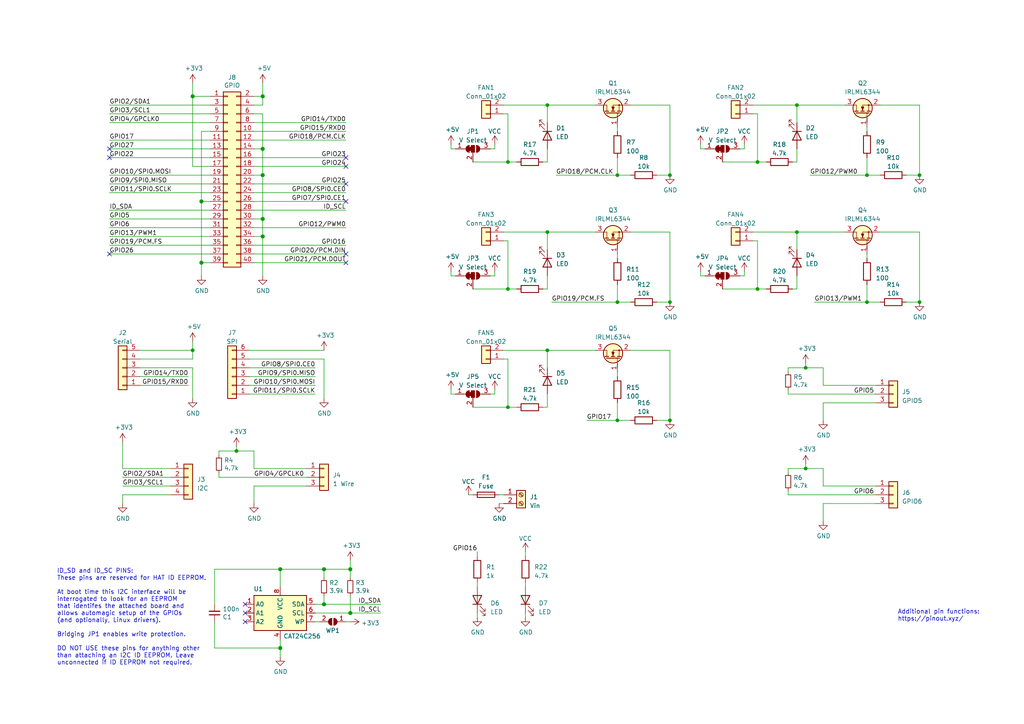
<source format=kicad_sch>
(kicad_sch (version 20230121) (generator eeschema)
  (paper "A4")
  (title_block (title "Klipper Fan Hat") (date "21 apr 2023") (rev "V2") (comment 1 "Created by Michael Thomas") (comment 2 "GNU General Public License v3.0"))
  (lib_symbols
    (symbol "Connector:Screw_Terminal_01x02" (pin_names (offset 1.016) hide)
      (property "Reference" "J" (at 0 2.54 0))
      (property "Value" "Screw_Terminal_01x02" (at 0 -5.08 0))
      (symbol "Screw_Terminal_01x02_1_1"
        (pin passive line (at -5.08 0 0) (length 3.81) (name "Pin_1") (number "1"))
        (pin passive line (at -5.08 -2.54 0) (length 3.81) (name "Pin_2") (number "2"))
      )
    )
    (symbol "Connector_Generic:Conn_01x02" (pin_names (offset 1.016) hide)
      (property "Reference" "J" (at 0 2.54 0))
      (property "Value" "Conn_01x02" (at 0 -5.08 0))
      (symbol "Conn_01x02_1_1"
        (pin passive line (at -5.08 0 0) (length 3.81) (name "Pin_1") (number "1"))
        (pin passive line (at -5.08 -2.54 0) (length 3.81) (name "Pin_2") (number "2"))
      )
    )
    (symbol "Connector_Generic:Conn_01x03" (pin_names (offset 1.016) hide)
      (property "Reference" "J" (at 0 5.08 0))
      (property "Value" "Conn_01x03" (at 0 -5.08 0))
      (symbol "Conn_01x03_1_1"
        (pin passive line (at -5.08 2.54 0) (length 3.81) (name "Pin_1") (number "1"))
        (pin passive line (at -5.08 0 0) (length 3.81) (name "Pin_2") (number "2"))
        (pin passive line (at -5.08 -2.54 0) (length 3.81) (name "Pin_3") (number "3"))
      )
    )
    (symbol "Connector_Generic:Conn_01x04" (pin_names (offset 1.016) hide)
      (property "Reference" "J" (at 0 5.08 0))
      (property "Value" "Conn_01x04" (at 0 -7.62 0))
      (symbol "Conn_01x04_1_1"
        (pin passive line (at -5.08 2.54 0) (length 3.81) (name "Pin_1") (number "1"))
        (pin passive line (at -5.08 0 0) (length 3.81) (name "Pin_2") (number "2"))
        (pin passive line (at -5.08 -2.54 0) (length 3.81) (name "Pin_3") (number "3"))
        (pin passive line (at -5.08 -5.08 0) (length 3.81) (name "Pin_4") (number "4"))
      )
    )
    (symbol "Connector_Generic:Conn_01x05" (pin_names (offset 1.016) hide)
      (property "Reference" "J" (at 0 7.62 0))
      (property "Value" "Conn_01x05" (at 0 -7.62 0))
      (symbol "Conn_01x05_1_1"
        (pin passive line (at -5.08 5.08 0) (length 3.81) (name "Pin_1") (number "1"))
        (pin passive line (at -5.08 2.54 0) (length 3.81) (name "Pin_2") (number "2"))
        (pin passive line (at -5.08 0 0) (length 3.81) (name "Pin_3") (number "3"))
        (pin passive line (at -5.08 -2.54 0) (length 3.81) (name "Pin_4") (number "4"))
        (pin passive line (at -5.08 -5.08 0) (length 3.81) (name "Pin_5") (number "5"))
      )
    )
    (symbol "Connector_Generic:Conn_01x06" (pin_names (offset 1.016) hide)
      (property "Reference" "J" (at 0 7.62 0))
      (property "Value" "Conn_01x06" (at 0 -10.16 0))
      (symbol "Conn_01x06_1_1"
        (pin passive line (at -5.08 5.08 0) (length 3.81) (name "Pin_1") (number "1"))
        (pin passive line (at -5.08 2.54 0) (length 3.81) (name "Pin_2") (number "2"))
        (pin passive line (at -5.08 0 0) (length 3.81) (name "Pin_3") (number "3"))
        (pin passive line (at -5.08 -2.54 0) (length 3.81) (name "Pin_4") (number "4"))
        (pin passive line (at -5.08 -5.08 0) (length 3.81) (name "Pin_5") (number "5"))
        (pin passive line (at -5.08 -7.62 0) (length 3.81) (name "Pin_6") (number "6"))
      )
    )
    (symbol "Connector_Generic:Conn_02x20_Odd_Even" (pin_names (offset 1.016) hide)
      (property "Reference" "J" (at 1.27 25.4 0))
      (property "Value" "Conn_02x20_Odd_Even" (at 1.27 -27.94 0))
      (symbol "Conn_02x20_Odd_Even_1_1"
        (pin passive line (at -5.08 22.86 0) (length 3.81) (name "Pin_1") (number "1"))
        (pin passive line (at 7.62 12.7 180) (length 3.81) (name "Pin_10") (number "10"))
        (pin passive line (at -5.08 10.16 0) (length 3.81) (name "Pin_11") (number "11"))
        (pin passive line (at 7.62 10.16 180) (length 3.81) (name "Pin_12") (number "12"))
        (pin passive line (at -5.08 7.62 0) (length 3.81) (name "Pin_13") (number "13"))
        (pin passive line (at 7.62 7.62 180) (length 3.81) (name "Pin_14") (number "14"))
        (pin passive line (at -5.08 5.08 0) (length 3.81) (name "Pin_15") (number "15"))
        (pin passive line (at 7.62 5.08 180) (length 3.81) (name "Pin_16") (number "16"))
        (pin passive line (at -5.08 2.54 0) (length 3.81) (name "Pin_17") (number "17"))
        (pin passive line (at 7.62 2.54 180) (length 3.81) (name "Pin_18") (number "18"))
        (pin passive line (at -5.08 0 0) (length 3.81) (name "Pin_19") (number "19"))
        (pin passive line (at 7.62 22.86 180) (length 3.81) (name "Pin_2") (number "2"))
        (pin passive line (at 7.62 0 180) (length 3.81) (name "Pin_20") (number "20"))
        (pin passive line (at -5.08 -2.54 0) (length 3.81) (name "Pin_21") (number "21"))
        (pin passive line (at 7.62 -2.54 180) (length 3.81) (name "Pin_22") (number "22"))
        (pin passive line (at -5.08 -5.08 0) (length 3.81) (name "Pin_23") (number "23"))
        (pin passive line (at 7.62 -5.08 180) (length 3.81) (name "Pin_24") (number "24"))
        (pin passive line (at -5.08 -7.62 0) (length 3.81) (name "Pin_25") (number "25"))
        (pin passive line (at 7.62 -7.62 180) (length 3.81) (name "Pin_26") (number "26"))
        (pin passive line (at -5.08 -10.16 0) (length 3.81) (name "Pin_27") (number "27"))
        (pin passive line (at 7.62 -10.16 180) (length 3.81) (name "Pin_28") (number "28"))
        (pin passive line (at -5.08 -12.7 0) (length 3.81) (name "Pin_29") (number "29"))
        (pin passive line (at -5.08 20.32 0) (length 3.81) (name "Pin_3") (number "3"))
        (pin passive line (at 7.62 -12.7 180) (length 3.81) (name "Pin_30") (number "30"))
        (pin passive line (at -5.08 -15.24 0) (length 3.81) (name "Pin_31") (number "31"))
        (pin passive line (at 7.62 -15.24 180) (length 3.81) (name "Pin_32") (number "32"))
        (pin passive line (at -5.08 -17.78 0) (length 3.81) (name "Pin_33") (number "33"))
        (pin passive line (at 7.62 -17.78 180) (length 3.81) (name "Pin_34") (number "34"))
        (pin passive line (at -5.08 -20.32 0) (length 3.81) (name "Pin_35") (number "35"))
        (pin passive line (at 7.62 -20.32 180) (length 3.81) (name "Pin_36") (number "36"))
        (pin passive line (at -5.08 -22.86 0) (length 3.81) (name "Pin_37") (number "37"))
        (pin passive line (at 7.62 -22.86 180) (length 3.81) (name "Pin_38") (number "38"))
        (pin passive line (at -5.08 -25.4 0) (length 3.81) (name "Pin_39") (number "39"))
        (pin passive line (at 7.62 20.32 180) (length 3.81) (name "Pin_4") (number "4"))
        (pin passive line (at 7.62 -25.4 180) (length 3.81) (name "Pin_40") (number "40"))
        (pin passive line (at -5.08 17.78 0) (length 3.81) (name "Pin_5") (number "5"))
        (pin passive line (at 7.62 17.78 180) (length 3.81) (name "Pin_6") (number "6"))
        (pin passive line (at -5.08 15.24 0) (length 3.81) (name "Pin_7") (number "7"))
        (pin passive line (at 7.62 15.24 180) (length 3.81) (name "Pin_8") (number "8"))
        (pin passive line (at -5.08 12.7 0) (length 3.81) (name "Pin_9") (number "9"))
      )
    )
    (symbol "Device:C_Small" (pin_numbers hide) (pin_names (offset 0.254) hide)
      (property "Reference" "C" (at 0.254 1.778 0))
      (property "Value" "C_Small" (at 0.254 -2.032 0))
      (symbol "C_Small_1_1"
        (pin passive line (at 0 2.54 270) (length 2.032) (name "~") (number "1"))
        (pin passive line (at 0 -2.54 90) (length 2.032) (name "~") (number "2"))
      )
    )
    (symbol "Device:Fuse" (pin_numbers hide) (pin_names (offset 0))
      (property "Reference" "F" (at 2.032 0 90))
      (property "Value" "Fuse" (at -1.905 0 90))
      (symbol "Fuse_1_1"
        (pin passive line (at 0 3.81 270) (length 1.27) (name "~") (number "1"))
        (pin passive line (at 0 -3.81 90) (length 1.27) (name "~") (number "2"))
      )
    )
    (symbol "Device:LED" (pin_numbers hide) (pin_names (offset 1.016) hide)
      (property "Reference" "D" (at 0 2.54 0))
      (property "Value" "LED" (at 0 -2.54 0))
      (symbol "LED_1_1"
        (pin passive line (at -3.81 0 0) (length 2.54) (name "K") (number "1"))
        (pin passive line (at 3.81 0 180) (length 2.54) (name "A") (number "2"))
      )
    )
    (symbol "Device:R" (pin_numbers hide) (pin_names (offset 0))
      (property "Reference" "R" (at 2.032 0 90))
      (property "Value" "R" (at 0 0 90))
      (symbol "R_1_1"
        (pin passive line (at 0 3.81 270) (length 1.27) (name "~") (number "1"))
        (pin passive line (at 0 -3.81 90) (length 1.27) (name "~") (number "2"))
      )
    )
    (symbol "Device:R_Small" (pin_numbers hide) (pin_names (offset 0.254) hide)
      (property "Reference" "R" (at 0.762 0.508 0))
      (property "Value" "R_Small" (at 0.762 -1.016 0))
      (symbol "R_Small_1_1"
        (pin passive line (at 0 2.54 270) (length 0.762) (name "~") (number "1"))
        (pin passive line (at 0 -2.54 90) (length 0.762) (name "~") (number "2"))
      )
    )
    (symbol "Jumper:SolderJumper_2_Open" (pin_names (offset 0) hide)
      (property "Reference" "JP" (at 0 2.032 0))
      (property "Value" "SolderJumper_2_Open" (at 0 -2.54 0))
      (symbol "SolderJumper_2_Open_1_1"
        (pin passive line (at -3.81 0 0) (length 2.54) (name "A") (number "1"))
        (pin passive line (at 3.81 0 180) (length 2.54) (name "B") (number "2"))
      )
    )
    (symbol "Jumper:SolderJumper_3_Bridged12" (pin_names (offset 0) hide)
      (property "Reference" "JP" (at -2.54 -2.54 0))
      (property "Value" "SolderJumper_3_Bridged12" (at 0 2.794 0))
      (symbol "SolderJumper_3_Bridged12_1_1"
        (pin passive line (at -5.08 0 0) (length 2.54) (name "A") (number "1"))
        (pin passive line (at 0 -3.81 90) (length 2.54) (name "C") (number "2"))
        (pin passive line (at 5.08 0 180) (length 2.54) (name "B") (number "3"))
      )
    )
    (symbol "Memory_EEPROM:CAT24C256"
      (property "Reference" "U" (at -6.35 6.35 0))
      (property "Value" "CAT24C256" (at 1.27 6.35 0))
      (symbol "CAT24C256_1_1"
        (pin input line (at -10.16 2.54 0) (length 2.54) (name "A0") (number "1"))
        (pin input line (at -10.16 0 0) (length 2.54) (name "A1") (number "2"))
        (pin input line (at -10.16 -2.54 0) (length 2.54) (name "A2") (number "3"))
        (pin power_in line (at 0 -7.62 90) (length 2.54) (name "GND") (number "4"))
        (pin bidirectional line (at 10.16 2.54 180) (length 2.54) (name "SDA") (number "5"))
        (pin input line (at 10.16 0 180) (length 2.54) (name "SCL") (number "6"))
        (pin input line (at 10.16 -2.54 180) (length 2.54) (name "WP") (number "7"))
        (pin power_in line (at 0 7.62 270) (length 2.54) (name "VCC") (number "8"))
      )
    )
    (symbol "PCM_Transistor_MOSFET_AKL:IRLML6344" (pin_names hide)
      (property "Reference" "Q" (at 5.08 1.27 0))
      (property "Value" "IRLML6344" (at 5.08 -1.27 0))
      (symbol "IRLML6344_1_1"
        (pin input line (at -3.81 -1.27 0) (length 2.54) (name "G") (number "1"))
        (pin passive line (at 2.54 -5.08 90) (length 2.54) (name "S") (number "2"))
        (pin passive line (at 2.54 5.08 270) (length 2.54) (name "D") (number "3"))
      )
    )
    (symbol "power:+3.3V" (power) (pin_names (offset 0))
      (property "Value" "+3.3V" (at 0 3.556 0))
      (symbol "+3.3V_1_1"
        (pin power_in line (at 0 0 90) (length 0) hide (name "+3V3") (number "1"))
      )
    )
    (symbol "power:+5V" (power) (pin_names (offset 0))
      (property "Value" "+5V" (at 0 3.556 0))
      (symbol "+5V_1_1"
        (pin power_in line (at 0 0 90) (length 0) hide (name "+5V") (number "1"))
      )
    )
    (symbol "power:GND" (power) (pin_names (offset 0))
      (property "Value" "GND" (at 0 -3.81 0))
      (symbol "GND_1_1"
        (pin power_in line (at 0 0 270) (length 0) hide (name "GND") (number "1"))
      )
    )
    (symbol "power:VCC" (power) (pin_names (offset 0))
      (property "Value" "VCC" (at 0 3.81 0))
      (symbol "VCC_1_1"
        (pin power_in line (at 0 0 90) (length 0) hide (name "VCC") (number "1"))
      )
    )
  )
  (junction (at 266.7 50.8))
  (junction (at 93.98 175.26) (diameter 1.016))
  (junction (at 76.2 27.94) (diameter 1.016))
  (junction (at 81.28 187.96) (diameter 1.016))
  (junction (at 76.2 43.18) (diameter 1.016))
  (junction (at 81.28 165.1) (diameter 1.016))
  (junction (at 251.46 50.8))
  (junction (at 158.75 67.31))
  (junction (at 179.07 87.63))
  (junction (at 101.6 165.1) (diameter 1.016))
  (junction (at 251.46 87.63))
  (junction (at 158.75 30.48))
  (junction (at 194.31 50.8))
  (junction (at 147.32 46.99))
  (junction (at 58.42 76.2) (diameter 1.016))
  (junction (at 194.31 121.92))
  (junction (at 58.42 58.42) (diameter 1.016))
  (junction (at 219.71 83.82))
  (junction (at 76.2 68.58) (diameter 1.016))
  (junction (at 55.88 101.6))
  (junction (at 158.75 101.6))
  (junction (at 231.14 30.48))
  (junction (at 233.68 135.89))
  (junction (at 219.71 46.99))
  (junction (at 147.32 83.82))
  (junction (at 76.2 63.5) (diameter 1.016))
  (junction (at 179.07 50.8))
  (junction (at 76.2 50.8) (diameter 1.016))
  (junction (at 101.6 177.8) (diameter 1.016))
  (junction (at 231.14 67.31))
  (junction (at 179.07 121.92))
  (junction (at 233.68 106.68))
  (junction (at 194.31 87.63))
  (junction (at 68.58 130.81))
  (junction (at 147.32 118.11))
  (junction (at 266.7 87.63))
  (junction (at 55.88 27.94) (diameter 1.016))
  (junction (at 93.98 165.1) (diameter 1.016))
  (no_connect (at 31.75 43.18))
  (no_connect (at 71.12 175.26))
  (no_connect (at 71.12 177.8))
  (no_connect (at 71.12 180.34))
  (no_connect (at 100.33 48.26))
  (no_connect (at 100.33 58.42))
  (no_connect (at 100.33 76.2))
  (no_connect (at 100.33 53.34))
  (no_connect (at 100.33 73.66))
  (no_connect (at 31.75 73.66))
  (no_connect (at 31.75 45.72))
  (no_connect (at 100.33 45.72))
  (wire (pts (xy 58.42 58.42) (xy 58.42 76.2)))
  (wire (pts (xy 73.66 58.42) (xy 100.33 58.42)))
  (wire (pts (xy 228.6 142.24) (xy 228.6 143.51)))
  (wire (pts (xy 130.81 41.91) (xy 130.81 43.18)))
  (wire (pts (xy 63.5 137.16) (xy 63.5 138.43)))
  (wire (pts (xy 60.96 40.64) (xy 31.75 40.64)))
  (wire (pts (xy 81.28 165.1) (xy 93.98 165.1)))
  (wire (pts (xy 101.6 165.1) (xy 93.98 165.1)))
  (wire (pts (xy 101.6 167.64) (xy 101.6 165.1)))
  (wire (pts (xy 179.07 87.63) (xy 182.88 87.63)))
  (wire (pts (xy 222.25 46.99) (xy 219.71 46.99)))
  (wire (pts (xy 233.68 105.41) (xy 233.68 106.68)))
  (wire (pts (xy 255.27 30.48) (xy 266.7 30.48)))
  (wire (pts (xy 76.2 33.02) (xy 76.2 43.18)))
  (wire (pts (xy 76.2 50.8) (xy 73.66 50.8)))
  (wire (pts (xy 215.9 80.01) (xy 215.9 78.74)))
  (wire (pts (xy 203.2 78.74) (xy 203.2 80.01)))
  (wire (pts (xy 179.07 116.84) (xy 179.07 121.92)))
  (wire (pts (xy 40.64 101.6) (xy 55.88 101.6)))
  (wire (pts (xy 234.95 50.8) (xy 251.46 50.8)))
  (wire (pts (xy 231.14 30.48) (xy 245.11 30.48)))
  (wire (pts (xy 231.14 30.48) (xy 231.14 35.56)))
  (wire (pts (xy 146.05 104.14) (xy 147.32 104.14)))
  (wire (pts (xy 76.2 63.5) (xy 76.2 68.58)))
  (wire (pts (xy 190.5 121.92) (xy 194.31 121.92)))
  (wire (pts (xy 179.07 82.55) (xy 179.07 87.63)))
  (wire (pts (xy 218.44 30.48) (xy 231.14 30.48)))
  (wire (pts (xy 35.56 138.43) (xy 49.53 138.43)))
  (wire (pts (xy 68.58 130.81) (xy 73.66 130.81)))
  (wire (pts (xy 142.24 43.18) (xy 143.51 43.18)))
  (wire (pts (xy 76.2 50.8) (xy 76.2 63.5)))
  (wire (pts (xy 130.81 80.01) (xy 132.08 80.01)))
  (wire (pts (xy 73.66 35.56) (xy 100.33 35.56)))
  (wire (pts (xy 68.58 129.54) (xy 68.58 130.81)))
  (wire (pts (xy 58.42 38.1) (xy 58.42 58.42)))
  (wire (pts (xy 251.46 45.72) (xy 251.46 50.8)))
  (wire (pts (xy 91.44 175.26) (xy 93.98 175.26)))
  (wire (pts (xy 93.98 175.26) (xy 110.49 175.26)))
  (wire (pts (xy 157.48 118.11) (xy 158.75 118.11)))
  (wire (pts (xy 135.89 143.51) (xy 137.16 143.51)))
  (wire (pts (xy 209.55 83.82) (xy 219.71 83.82)))
  (wire (pts (xy 157.48 83.82) (xy 158.75 83.82)))
  (wire (pts (xy 152.4 168.91) (xy 152.4 170.18)))
  (wire (pts (xy 35.56 143.51) (xy 35.56 146.05)))
  (wire (pts (xy 58.42 38.1) (xy 60.96 38.1)))
  (wire (pts (xy 91.44 180.34) (xy 92.71 180.34)))
  (wire (pts (xy 100.33 180.34) (xy 101.6 180.34)))
  (wire (pts (xy 73.66 55.88) (xy 100.33 55.88)))
  (wire (pts (xy 60.96 60.96) (xy 31.75 60.96)))
  (wire (pts (xy 31.75 63.5) (xy 60.96 63.5)))
  (wire (pts (xy 138.43 177.8) (xy 138.43 179.07)))
  (wire (pts (xy 255.27 67.31) (xy 266.7 67.31)))
  (wire (pts (xy 190.5 50.8) (xy 194.31 50.8)))
  (wire (pts (xy 203.2 41.91) (xy 203.2 43.18)))
  (wire (pts (xy 229.87 46.99) (xy 231.14 46.99)))
  (wire (pts (xy 209.55 46.99) (xy 219.71 46.99)))
  (wire (pts (xy 251.46 73.66) (xy 251.46 74.93)))
  (wire (pts (xy 228.6 135.89) (xy 233.68 135.89)))
  (wire (pts (xy 58.42 58.42) (xy 60.96 58.42)))
  (wire (pts (xy 101.6 162.56) (xy 101.6 165.1)))
  (wire (pts (xy 137.16 83.82) (xy 147.32 83.82)))
  (wire (pts (xy 238.76 140.97) (xy 254 140.97)))
  (wire (pts (xy 158.75 101.6) (xy 172.72 101.6)))
  (wire (pts (xy 219.71 83.82) (xy 222.25 83.82)))
  (wire (pts (xy 218.44 69.85) (xy 219.71 69.85)))
  (wire (pts (xy 73.66 45.72) (xy 100.33 45.72)))
  (wire (pts (xy 81.28 165.1) (xy 81.28 170.18)))
  (wire (pts (xy 231.14 67.31) (xy 231.14 72.39)))
  (wire (pts (xy 203.2 43.18) (xy 204.47 43.18)))
  (wire (pts (xy 238.76 135.89) (xy 238.76 140.97)))
  (wire (pts (xy 251.46 87.63) (xy 255.27 87.63)))
  (wire (pts (xy 137.16 118.11) (xy 147.32 118.11)))
  (wire (pts (xy 144.78 146.05) (xy 146.05 146.05)))
  (wire (pts (xy 73.66 76.2) (xy 100.33 76.2)))
  (wire (pts (xy 58.42 76.2) (xy 58.42 80.01)))
  (wire (pts (xy 31.75 43.18) (xy 60.96 43.18)))
  (wire (pts (xy 101.6 172.72) (xy 101.6 177.8)))
  (wire (pts (xy 55.88 24.13) (xy 55.88 27.94)))
  (wire (pts (xy 73.66 130.81) (xy 73.66 135.89)))
  (wire (pts (xy 143.51 43.18) (xy 143.51 41.91)))
  (wire (pts (xy 251.46 82.55) (xy 251.46 87.63)))
  (wire (pts (xy 194.31 50.8) (xy 194.31 30.48)))
  (wire (pts (xy 72.39 111.76) (xy 91.44 111.76)))
  (wire (pts (xy 179.07 50.8) (xy 161.29 50.8)))
  (wire (pts (xy 63.5 132.08) (xy 63.5 130.81)))
  (wire (pts (xy 179.07 36.83) (xy 179.07 38.1)))
  (wire (pts (xy 228.6 114.3) (xy 254 114.3)))
  (wire (pts (xy 76.2 68.58) (xy 73.66 68.58)))
  (wire (pts (xy 194.31 67.31) (xy 194.31 87.63)))
  (wire (pts (xy 190.5 87.63) (xy 194.31 87.63)))
  (wire (pts (xy 219.71 33.02) (xy 218.44 33.02)))
  (wire (pts (xy 40.64 104.14) (xy 55.88 104.14)))
  (wire (pts (xy 31.75 33.02) (xy 60.96 33.02)))
  (wire (pts (xy 157.48 46.99) (xy 158.75 46.99)))
  (wire (pts (xy 31.75 55.88) (xy 60.96 55.88)))
  (wire (pts (xy 158.75 72.39) (xy 158.75 67.31)))
  (wire (pts (xy 179.07 73.66) (xy 179.07 74.93)))
  (wire (pts (xy 40.64 111.76) (xy 54.61 111.76)))
  (wire (pts (xy 215.9 43.18) (xy 215.9 41.91)))
  (wire (pts (xy 146.05 67.31) (xy 158.75 67.31)))
  (wire (pts (xy 63.5 130.81) (xy 68.58 130.81)))
  (wire (pts (xy 55.88 48.26) (xy 60.96 48.26)))
  (wire (pts (xy 203.2 80.01) (xy 204.47 80.01)))
  (wire (pts (xy 60.96 30.48) (xy 31.75 30.48)))
  (wire (pts (xy 73.66 140.97) (xy 88.9 140.97)))
  (wire (pts (xy 76.2 27.94) (xy 76.2 30.48)))
  (wire (pts (xy 63.5 138.43) (xy 88.9 138.43)))
  (wire (pts (xy 218.44 67.31) (xy 231.14 67.31)))
  (wire (pts (xy 179.07 50.8) (xy 182.88 50.8)))
  (wire (pts (xy 76.2 43.18) (xy 76.2 50.8)))
  (wire (pts (xy 73.66 40.64) (xy 100.33 40.64)))
  (wire (pts (xy 76.2 43.18) (xy 73.66 43.18)))
  (wire (pts (xy 266.7 67.31) (xy 266.7 87.63)))
  (wire (pts (xy 147.32 33.02) (xy 147.32 46.99)))
  (wire (pts (xy 40.64 109.22) (xy 54.61 109.22)))
  (wire (pts (xy 76.2 24.13) (xy 76.2 27.94)))
  (wire (pts (xy 236.22 87.63) (xy 251.46 87.63)))
  (wire (pts (xy 233.68 106.68) (xy 238.76 106.68)))
  (wire (pts (xy 231.14 46.99) (xy 231.14 43.18)))
  (wire (pts (xy 31.75 35.56) (xy 60.96 35.56)))
  (wire (pts (xy 93.98 165.1) (xy 93.98 167.64)))
  (wire (pts (xy 194.31 101.6) (xy 194.31 121.92)))
  (wire (pts (xy 238.76 111.76) (xy 254 111.76)))
  (wire (pts (xy 76.2 27.94) (xy 73.66 27.94)))
  (wire (pts (xy 238.76 116.84) (xy 254 116.84)))
  (wire (pts (xy 55.88 27.94) (xy 55.88 48.26)))
  (wire (pts (xy 93.98 104.14) (xy 93.98 115.57)))
  (wire (pts (xy 229.87 83.82) (xy 231.14 83.82)))
  (wire (pts (xy 152.4 160.02) (xy 152.4 161.29)))
  (wire (pts (xy 73.66 48.26) (xy 100.33 48.26)))
  (wire (pts (xy 73.66 38.1) (xy 100.33 38.1)))
  (wire (pts (xy 138.43 168.91) (xy 138.43 170.18)))
  (wire (pts (xy 214.63 43.18) (xy 215.9 43.18)))
  (wire (pts (xy 93.98 172.72) (xy 93.98 175.26)))
  (wire (pts (xy 262.89 50.8) (xy 266.7 50.8)))
  (wire (pts (xy 91.44 177.8) (xy 101.6 177.8)))
  (wire (pts (xy 101.6 177.8) (xy 110.49 177.8)))
  (wire (pts (xy 158.75 83.82) (xy 158.75 80.01)))
  (wire (pts (xy 147.32 69.85) (xy 146.05 69.85)))
  (wire (pts (xy 143.51 114.3) (xy 143.51 113.03)))
  (wire (pts (xy 130.81 113.03) (xy 130.81 114.3)))
  (wire (pts (xy 228.6 107.95) (xy 228.6 106.68)))
  (wire (pts (xy 31.75 45.72) (xy 60.96 45.72)))
  (wire (pts (xy 228.6 143.51) (xy 254 143.51)))
  (wire (pts (xy 31.75 53.34) (xy 60.96 53.34)))
  (wire (pts (xy 194.31 30.48) (xy 182.88 30.48)))
  (wire (pts (xy 158.75 46.99) (xy 158.75 43.18)))
  (wire (pts (xy 147.32 83.82) (xy 149.86 83.82)))
  (wire (pts (xy 73.66 135.89) (xy 88.9 135.89)))
  (wire (pts (xy 158.75 30.48) (xy 172.72 30.48)))
  (wire (pts (xy 238.76 106.68) (xy 238.76 111.76)))
  (wire (pts (xy 55.88 99.06) (xy 55.88 101.6)))
  (wire (pts (xy 266.7 30.48) (xy 266.7 50.8)))
  (wire (pts (xy 144.78 143.51) (xy 146.05 143.51)))
  (wire (pts (xy 262.89 87.63) (xy 266.7 87.63)))
  (wire (pts (xy 31.75 66.04) (xy 60.96 66.04)))
  (wire (pts (xy 233.68 134.62) (xy 233.68 135.89)))
  (wire (pts (xy 158.75 118.11) (xy 158.75 114.3)))
  (wire (pts (xy 76.2 30.48) (xy 73.66 30.48)))
  (wire (pts (xy 158.75 67.31) (xy 172.72 67.31)))
  (wire (pts (xy 146.05 101.6) (xy 158.75 101.6)))
  (wire (pts (xy 49.53 135.89) (xy 35.56 135.89)))
  (wire (pts (xy 40.64 106.68) (xy 55.88 106.68)))
  (wire (pts (xy 179.07 121.92) (xy 182.88 121.92)))
  (wire (pts (xy 72.39 109.22) (xy 91.44 109.22)))
  (wire (pts (xy 31.75 71.12) (xy 60.96 71.12)))
  (wire (pts (xy 73.66 71.12) (xy 100.33 71.12)))
  (wire (pts (xy 130.81 114.3) (xy 132.08 114.3)))
  (wire (pts (xy 73.66 66.04) (xy 100.33 66.04)))
  (wire (pts (xy 228.6 106.68) (xy 233.68 106.68)))
  (wire (pts (xy 147.32 69.85) (xy 147.32 83.82)))
  (wire (pts (xy 58.42 76.2) (xy 60.96 76.2)))
  (wire (pts (xy 130.81 78.74) (xy 130.81 80.01)))
  (wire (pts (xy 147.32 104.14) (xy 147.32 118.11)))
  (wire (pts (xy 35.56 140.97) (xy 49.53 140.97)))
  (wire (pts (xy 147.32 118.11) (xy 149.86 118.11)))
  (wire (pts (xy 73.66 73.66) (xy 100.33 73.66)))
  (wire (pts (xy 72.39 106.68) (xy 91.44 106.68)))
  (wire (pts (xy 49.53 143.51) (xy 35.56 143.51)))
  (wire (pts (xy 76.2 33.02) (xy 73.66 33.02)))
  (wire (pts (xy 31.75 73.66) (xy 60.96 73.66)))
  (wire (pts (xy 214.63 80.01) (xy 215.9 80.01)))
  (wire (pts (xy 138.43 160.02) (xy 138.43 161.29)))
  (wire (pts (xy 143.51 80.01) (xy 143.51 78.74)))
  (wire (pts (xy 142.24 114.3) (xy 143.51 114.3)))
  (wire (pts (xy 231.14 67.31) (xy 245.11 67.31)))
  (wire (pts (xy 146.05 30.48) (xy 158.75 30.48)))
  (wire (pts (xy 179.07 45.72) (xy 179.07 50.8)))
  (wire (pts (xy 179.07 107.95) (xy 179.07 109.22)))
  (wire (pts (xy 160.02 87.63) (xy 179.07 87.63)))
  (wire (pts (xy 72.39 114.3) (xy 91.44 114.3)))
  (wire (pts (xy 231.14 83.82) (xy 231.14 80.01)))
  (wire (pts (xy 72.39 104.14) (xy 93.98 104.14)))
  (wire (pts (xy 251.46 36.83) (xy 251.46 38.1)))
  (wire (pts (xy 62.23 165.1) (xy 62.23 175.26)))
  (wire (pts (xy 62.23 180.34) (xy 62.23 187.96)))
  (wire (pts (xy 62.23 187.96) (xy 81.28 187.96)))
  (wire (pts (xy 81.28 165.1) (xy 62.23 165.1)))
  (wire (pts (xy 142.24 80.01) (xy 143.51 80.01)))
  (wire (pts (xy 251.46 50.8) (xy 255.27 50.8)))
  (wire (pts (xy 81.28 185.42) (xy 81.28 187.96)))
  (wire (pts (xy 81.28 187.96) (xy 81.28 190.5)))
  (wire (pts (xy 170.18 121.92) (xy 179.07 121.92)))
  (wire (pts (xy 182.88 101.6) (xy 194.31 101.6)))
  (wire (pts (xy 238.76 151.13) (xy 238.76 146.05)))
  (wire (pts (xy 147.32 33.02) (xy 146.05 33.02)))
  (wire (pts (xy 158.75 101.6) (xy 158.75 106.68)))
  (wire (pts (xy 76.2 68.58) (xy 76.2 80.01)))
  (wire (pts (xy 219.71 33.02) (xy 219.71 46.99)))
  (wire (pts (xy 73.66 53.34) (xy 100.33 53.34)))
  (wire (pts (xy 60.96 68.58) (xy 31.75 68.58)))
  (wire (pts (xy 73.66 146.05) (xy 73.66 140.97)))
  (wire (pts (xy 228.6 137.16) (xy 228.6 135.89)))
  (wire (pts (xy 238.76 146.05) (xy 254 146.05)))
  (wire (pts (xy 152.4 177.8) (xy 152.4 179.07)))
  (wire (pts (xy 137.16 46.99) (xy 147.32 46.99)))
  (wire (pts (xy 158.75 30.48) (xy 158.75 35.56)))
  (wire (pts (xy 147.32 46.99) (xy 149.86 46.99)))
  (wire (pts (xy 76.2 63.5) (xy 73.66 63.5)))
  (wire (pts (xy 238.76 121.92) (xy 238.76 116.84)))
  (wire (pts (xy 72.39 101.6) (xy 93.98 101.6)))
  (wire (pts (xy 55.88 27.94) (xy 60.96 27.94)))
  (wire (pts (xy 55.88 101.6) (xy 55.88 104.14)))
  (wire (pts (xy 228.6 113.03) (xy 228.6 114.3)))
  (wire (pts (xy 182.88 67.31) (xy 194.31 67.31)))
  (wire (pts (xy 60.96 50.8) (xy 31.75 50.8)))
  (wire (pts (xy 73.66 60.96) (xy 100.33 60.96)))
  (wire (pts (xy 130.81 43.18) (xy 132.08 43.18)))
  (wire (pts (xy 233.68 135.89) (xy 238.76 135.89)))
  (wire (pts (xy 35.56 128.27) (xy 35.56 135.89)))
  (wire (pts (xy 219.71 69.85) (xy 219.71 83.82)))
  (wire (pts (xy 55.88 106.68) (xy 55.88 115.57)))
  (text "Additional pin functions:\nhttps://pinout.xyz/" (at 260.35 180.34 0) (effects (font (size 1.27 1.27)) (justify left bottom)))
  (text "ID_SD and ID_SC PINS:\nThese pins are reserved for HAT ID EEPROM.\n\nAt boot time this I2C interface will be\ninterrogated to look for an EEPROM\nthat identifes the attached board and\nallows automagic setup of the GPIOs\n(and optionally, Linux drivers).\n\nBridging JP1 enables write protection.\n\nDO NOT USE these pins for anything other\nthan attaching an I2C ID EEPROM. Leave\nunconnected if ID EEPROM not required." (at 16.51 193.04 0) (effects (font (size 1.27 1.27)) (justify left bottom)))
  (label "GPIO17" (at 170.18 121.92 0))
  (label "ID_SDA" (at 31.75 60.96 0))
  (label "GPIO6" (at 31.75 66.04 0))
  (label "ID_SDA" (at 110.49 175.26 180))
  (label "GPIO2{slash}SDA1" (at 35.56 138.43 0))
  (label "GPIO16" (at 138.43 160.02 180))
  (label "ID_SCL" (at 100.33 60.96 180))
  (label "GPIO4{slash}GPCLK0" (at 73.66 138.43 0))
  (label "GPIO5" (at 31.75 63.5 0))
  (label "GPIO6" (at 247.65 143.51 0))
  (label "GPIO21{slash}PCM.DOUT" (at 100.33 76.2 180))
  (label "GPIO19{slash}PCM.FS" (at 31.75 71.12 0))
  (label "GPIO10{slash}SPI0.MOSI" (at 31.75 50.8 0))
  (label "GPIO9{slash}SPI0.MISO" (at 31.75 53.34 0))
  (label "GPIO23" (at 100.33 45.72 180))
  (label "GPIO5" (at 247.65 114.3 0))
  (label "GPIO4{slash}GPCLK0" (at 31.75 35.56 0))
  (label "GPIO27" (at 31.75 43.18 0))
  (label "GPIO26" (at 31.75 73.66 0))
  (label "GPIO13{slash}PWM1" (at 236.22 87.63 0))
  (label "GPIO14{slash}TXD0" (at 100.33 35.56 180))
  (label "GPIO8{slash}SPI0.CE0" (at 100.33 55.88 180))
  (label "GPIO8{slash}SPI0.CE0" (at 91.44 106.68 180))
  (label "GPIO15{slash}RXD0" (at 100.33 38.1 180))
  (label "GPIO16" (at 100.33 71.12 180))
  (label "GPIO22" (at 31.75 45.72 0))
  (label "GPIO19{slash}PCM.FS" (at 160.02 87.63 0))
  (label "GPIO9{slash}SPI0.MISO" (at 91.44 109.22 180))
  (label "GPIO2{slash}SDA1" (at 31.75 30.48 0))
  (label "GPIO17" (at 31.75 40.64 0))
  (label "GPIO15{slash}RXD0" (at 54.61 111.76 180))
  (label "GPIO12{slash}PWM0" (at 234.95 50.8 0))
  (label "GPIO25" (at 100.33 53.34 180))
  (label "GPIO3{slash}SCL1" (at 31.75 33.02 0))
  (label "GPIO11{slash}SPI0.SCLK" (at 91.44 114.3 180))
  (label "GPIO14{slash}TXD0" (at 54.61 109.22 180))
  (label "GPIO18{slash}PCM.CLK" (at 100.33 40.64 180))
  (label "GPIO12{slash}PWM0" (at 100.33 66.04 180))
  (label "GPIO13{slash}PWM1" (at 31.75 68.58 0))
  (label "GPIO18{slash}PCM.CLK" (at 161.29 50.8 0))
  (label "GPIO20{slash}PCM.DIN" (at 100.33 73.66 180))
  (label "GPIO24" (at 100.33 48.26 180))
  (label "GPIO7{slash}SPI0.CE1" (at 100.33 58.42 180))
  (label "GPIO3{slash}SCL1" (at 35.56 140.97 0))
  (label "GPIO10{slash}SPI0.MOSI" (at 91.44 111.76 180))
  (label "ID_SCL" (at 110.49 177.8 180))
  (label "GPIO11{slash}SPI0.SCLK" (at 31.75 55.88 0))
  (symbol (lib_id "power:+5V") (at 76.2 24.13 0) (unit 1)
    (property "Reference" "#PWR01" (effects hide))
    (property "Value" "+5V" (at 76.5683 19.8056 0))
  )
  (symbol (lib_id "power:+3.3V") (at 55.88 24.13 0) (unit 1)
    (property "Reference" "#PWR04" (effects hide))
    (property "Value" "+3.3V" (at 56.2483 19.8056 0))
  )
  (symbol (lib_id "power:GND") (at 76.2 80.01 0) (unit 1)
    (property "Reference" "#PWR02" (effects hide))
    (property "Value" "GND" (at 76.3143 84.3344 0))
  )
  (symbol (lib_id "power:GND") (at 58.42 80.01 0) (unit 1)
    (property "Reference" "#PWR03" (effects hide))
    (property "Value" "GND" (at 58.5343 84.3344 0))
  )
  (symbol (lib_id "Connector_Generic:Conn_02x20_Odd_Even") (at 66.04 50.8 0) (unit 1)
    (property "Reference" "J8" (at 67.31 22.4598 0))
    (property "Value" "GPIO" (at 67.31 24.765 0))
    (property "Footprint" "Connector_PinSocket_2.54mm:PinSocket_2x20_P2.54mm_Vertical" (effects hide))
  )
  (symbol (lib_id "power:VCC") (at 143.51 41.91 0) (unit 1)
    (property "Reference" "#PWR026" (effects hide))
    (property "Value" "VCC" (at 143.51 38.1 0))
  )
  (symbol (lib_id "power:GND") (at 138.43 179.07 0) (unit 1)
    (property "Reference" "#PWR037" (effects hide))
    (property "Value" "GND" (at 138.5443 183.3944 0))
  )
  (symbol (lib_id "power:GND") (at 144.78 146.05 0) (unit 1)
    (property "Reference" "#PWR018" (effects hide))
    (property "Value" "GND" (at 144.8943 150.3744 0))
  )
  (symbol (lib_id "power:VCC") (at 215.9 41.91 0) (unit 1)
    (property "Reference" "#PWR027" (effects hide))
    (property "Value" "VCC" (at 215.9 38.1 0))
  )
  (symbol (lib_id "Connector_Generic:Conn_01x04") (at 54.61 138.43 0) (unit 1)
    (property "Reference" "J3" (at 57.15 139.065 0) (effects (justify left)))
    (property "Value" "I2C" (at 57.15 141.605 0) (effects (justify left)))
    (property "Footprint" "Connector_JST:JST_XH_B4B-XH-A_1x04_P2.50mm_Vertical" (effects hide))
  )
  (symbol (lib_id "Connector_Generic:Conn_01x06") (at 67.31 109.22 180) (unit 1)
    (property "Reference" "J7" (at 67.31 96.52 0))
    (property "Value" "SPI" (at 67.31 99.06 0))
    (property "Footprint" "Connector_PinHeader_2.54mm:PinHeader_1x06_P2.54mm_Vertical" (effects hide))
  )
  (symbol (lib_id "Device:C_Small") (at 62.23 177.8 180) (unit 1)
    (property "Reference" "C1" (at 64.5542 178.9494 0) (effects (justify right)))
    (property "Value" "100n" (at 64.5542 176.6507 0) (effects (justify right)))
    (property "Footprint" "Capacitor_SMD:C_1206_3216Metric" (effects hide))
  )
  (symbol (lib_id "Device:Fuse") (at 140.97 143.51 90) (unit 1)
    (property "Reference" "F1" (at 140.97 138.43 90))
    (property "Value" "Fuse" (at 140.97 140.97 90))
    (property "Footprint" "Fuse:Fuseholder_Blade_Mini_Keystone_3568" (effects hide))
  )
  (symbol (lib_id "Device:LED") (at 158.75 110.49 270) (unit 1)
    (property "Reference" "D5" (at 161.29 108.2675 90) (effects (justify left)))
    (property "Value" "LED" (at 161.29 110.8075 90) (effects (justify left)))
    (property "Footprint" "LED_SMD:LED_1206_3216Metric_ReverseMount_Hole1.8x2.4mm" (effects hide))
  )
  (symbol (lib_id "PCM_Transistor_MOSFET_AKL:IRLML6344") (at 177.8 33.02 90) (unit 1)
    (property "Reference" "Q1" (at 177.8 24.13 90))
    (property "Value" "IRLML6344" (at 177.8 26.67 90))
    (property "Footprint" "Package_TO_SOT_SMD:TSOT-23" (effects hide))
    (property "Datasheet" "https://www.tme.eu/Document/f3dfd4e8b214f54a2960ef3507968e9d/irlml6344pbf.pdf" (effects hide))
  )
  (symbol (lib_id "Device:R") (at 186.69 87.63 270) (unit 1)
    (property "Reference" "R12" (at 186.69 82.55 90))
    (property "Value" "10k" (at 186.69 85.09 90))
    (property "Footprint" "Resistor_SMD:R_1206_3216Metric" (effects hide))
  )
  (symbol (lib_id "power:GND") (at 73.66 146.05 0) (unit 1)
    (property "Reference" "#PWR028" (effects hide))
    (property "Value" "GND" (at 73.7743 150.3744 0))
  )
  (symbol (lib_id "Jumper:SolderJumper_3_Bridged12") (at 209.55 43.18 0) (unit 1)
    (property "Reference" "JP2" (at 209.55 38.1 0))
    (property "Value" "V Select" (at 209.55 40.64 0))
    (property "Footprint" "Connector_PinHeader_2.54mm:PinHeader_1x03_P2.54mm_Vertical" (effects hide))
  )
  (symbol (lib_id "Device:R_Small") (at 93.98 170.18 0) (unit 1)
    (property "Reference" "R2" (at 95.4786 169.037 0) (effects (justify left)))
    (property "Value" "3.9k" (at 95.4787 171.3293 0) (effects (justify left)))
    (property "Footprint" "Resistor_SMD:R_1206_3216Metric" (effects hide))
  )
  (symbol (lib_id "Device:LED") (at 231.14 39.37 270) (unit 1)
    (property "Reference" "D2" (at 233.68 37.1475 90) (effects (justify left)))
    (property "Value" "LED" (at 233.68 39.6875 90) (effects (justify left)))
    (property "Footprint" "LED_SMD:LED_1206_3216Metric_ReverseMount_Hole1.8x2.4mm" (effects hide))
  )
  (symbol (lib_id "Device:LED") (at 158.75 76.2 270) (unit 1)
    (property "Reference" "D3" (at 161.29 73.9775 90) (effects (justify left)))
    (property "Value" "LED" (at 161.29 76.5175 90) (effects (justify left)))
    (property "Footprint" "LED_SMD:LED_1206_3216Metric_ReverseMount_Hole1.8x2.4mm" (effects hide))
  )
  (symbol (lib_id "Device:R") (at 152.4 165.1 0) (unit 1)
    (property "Reference" "R22" (at 154.94 164.465 0) (effects (justify left)))
    (property "Value" "4.7k" (at 154.94 167.005 0) (effects (justify left)))
    (property "Footprint" "Resistor_SMD:R_1206_3216Metric" (effects hide))
  )
  (symbol (lib_id "power:GND") (at 194.31 87.63 0) (unit 1)
    (property "Reference" "#PWR021" (effects hide))
    (property "Value" "GND" (at 194.4243 91.9544 0))
  )
  (symbol (lib_id "Device:LED") (at 231.14 76.2 270) (unit 1)
    (property "Reference" "D4" (at 233.68 73.9775 90) (effects (justify left)))
    (property "Value" "LED" (at 233.68 76.5175 90) (effects (justify left)))
    (property "Footprint" "LED_SMD:LED_1206_3216Metric_ReverseMount_Hole1.8x2.4mm" (effects hide))
  )
  (symbol (lib_id "Device:LED") (at 152.4 173.99 90) (unit 1)
    (property "Reference" "D7" (at 156.21 174.9425 90) (effects (justify right)))
    (property "Value" "LED" (at 156.21 177.4825 90) (effects (justify right)))
    (property "Footprint" "LED_SMD:LED_1206_3216Metric_ReverseMount_Hole1.8x2.4mm" (effects hide))
  )
  (symbol (lib_id "Connector_Generic:Conn_01x02") (at 213.36 33.02 180) (unit 1)
    (property "Reference" "FAN2" (at 213.36 25.4 0))
    (property "Value" "Conn_01x02" (at 213.36 27.94 0))
    (property "Footprint" "Connector_JST:JST_XH_B2B-XH-A_1x02_P2.50mm_Vertical" (effects hide))
  )
  (symbol (lib_id "power:GND") (at 238.76 151.13 0) (unit 1)
    (property "Reference" "#PWR033" (effects hide))
    (property "Value" "GND" (at 238.8743 155.4544 0))
  )
  (symbol (lib_id "power:GND") (at 266.7 50.8 0) (unit 1)
    (property "Reference" "#PWR020" (effects hide))
    (property "Value" "GND" (at 266.8143 55.1244 0))
  )
  (symbol (lib_id "power:+3.3V") (at 68.58 129.54 0) (unit 1)
    (property "Reference" "#PWR09" (effects hide))
    (property "Value" "+3.3V" (at 68.9483 125.2156 0))
  )
  (symbol (lib_id "Device:R_Small") (at 63.5 134.62 0) (unit 1)
    (property "Reference" "R4" (at 64.9986 133.477 0) (effects (justify left)))
    (property "Value" "4.7k" (at 64.9987 135.7693 0) (effects (justify left)))
    (property "Footprint" "Resistor_SMD:R_1206_3216Metric" (effects hide))
  )
  (symbol (lib_id "Jumper:SolderJumper_2_Open") (at 96.52 180.34 180) (unit 1)
    (property "Reference" "WP1" (at 96.52 182.88 0))
    (property "Value" "ID_WP" (effects hide))
    (property "Footprint" "Connector_PinHeader_2.54mm:PinHeader_1x02_P2.54mm_Vertical" (effects hide))
  )
  (symbol (lib_id "Jumper:SolderJumper_3_Bridged12") (at 137.16 114.3 0) (unit 1)
    (property "Reference" "JP5" (at 137.16 109.22 0))
    (property "Value" "V Select" (at 137.16 111.76 0))
    (property "Footprint" "Connector_PinHeader_2.54mm:PinHeader_1x03_P2.54mm_Vertical" (effects hide))
  )
  (symbol (lib_id "power:+5V") (at 130.81 41.91 0) (unit 1)
    (property "Reference" "#PWR013" (effects hide))
    (property "Value" "+5V" (at 131.1783 37.5856 0))
  )
  (symbol (lib_id "Device:R_Small") (at 101.6 170.18 0) (unit 1)
    (property "Reference" "R3" (at 103.0986 169.037 0) (effects (justify left)))
    (property "Value" "3.9k" (at 103.0987 171.3293 0) (effects (justify left)))
    (property "Footprint" "Resistor_SMD:R_1206_3216Metric" (effects hide))
  )
  (symbol (lib_id "power:+3.3V") (at 101.6 162.56 0) (unit 1)
    (property "Reference" "#PWR0101" (effects hide))
    (property "Value" "+3.3V" (at 101.9683 158.2356 0))
  )
  (symbol (lib_id "Device:R") (at 251.46 41.91 180) (unit 1)
    (property "Reference" "R9" (at 254 41.275 0) (effects (justify right)))
    (property "Value" "100" (at 254 43.815 0) (effects (justify right)))
    (property "Footprint" "Resistor_SMD:R_1206_3216Metric" (effects hide))
  )
  (symbol (lib_id "Device:R") (at 226.06 46.99 90) (unit 1)
    (property "Reference" "R18" (at 226.06 41.91 90))
    (property "Value" "4.7k" (at 226.06 44.45 90))
    (property "Footprint" "Resistor_SMD:R_1206_3216Metric" (effects hide))
  )
  (symbol (lib_id "PCM_Transistor_MOSFET_AKL:IRLML6344") (at 177.8 69.85 90) (unit 1)
    (property "Reference" "Q3" (at 177.8 60.96 90))
    (property "Value" "IRLML6344" (at 177.8 63.5 90))
    (property "Footprint" "Package_TO_SOT_SMD:TSOT-23" (effects hide))
    (property "Datasheet" "https://www.tme.eu/Document/f3dfd4e8b214f54a2960ef3507968e9d/irlml6344pbf.pdf" (effects hide))
  )
  (symbol (lib_id "power:GND") (at 194.31 50.8 0) (unit 1)
    (property "Reference" "#PWR019" (effects hide))
    (property "Value" "GND" (at 194.4243 55.1244 0))
  )
  (symbol (lib_id "power:GND") (at 55.88 115.57 0) (unit 1)
    (property "Reference" "#PWR06" (effects hide))
    (property "Value" "GND" (at 55.9943 119.8944 0))
  )
  (symbol (lib_id "Connector_Generic:Conn_01x03") (at 259.08 114.3 0) (unit 1)
    (property "Reference" "J5" (at 261.62 113.665 0) (effects (justify left)))
    (property "Value" "GPIO5" (at 261.62 116.205 0) (effects (justify left)))
    (property "Footprint" "Connector_JST:JST_XH_B3B-XH-A_1x03_P2.50mm_Vertical" (effects hide))
  )
  (symbol (lib_id "Memory_EEPROM:CAT24C256") (at 81.28 177.8 0) (unit 1)
    (property "Reference" "U1" (at 74.93 170.7958 0))
    (property "Value" "CAT24C256" (at 87.63 184.5245 0))
    (property "Footprint" "Package_DIP:DIP-8_W7.62mm" (effects hide))
    (property "Datasheet" "https://www.onsemi.cn/PowerSolutions/document/CAT24C256-D.PDF" (effects hide))
  )
  (symbol (lib_id "Jumper:SolderJumper_3_Bridged12") (at 137.16 43.18 0) (unit 1)
    (property "Reference" "JP1" (at 137.16 38.1 0))
    (property "Value" "V Select" (at 137.16 40.64 0))
    (property "Footprint" "Connector_PinHeader_2.54mm:PinHeader_1x03_P2.54mm_Vertical" (effects hide))
  )
  (symbol (lib_id "PCM_Transistor_MOSFET_AKL:IRLML6344") (at 250.19 69.85 90) (unit 1)
    (property "Reference" "Q4" (at 250.19 60.96 90))
    (property "Value" "IRLML6344" (at 250.19 63.5 90))
    (property "Footprint" "Package_TO_SOT_SMD:TSOT-23" (effects hide))
    (property "Datasheet" "https://www.tme.eu/Document/f3dfd4e8b214f54a2960ef3507968e9d/irlml6344pbf.pdf" (effects hide))
  )
  (symbol (lib_id "power:+5V") (at 130.81 78.74 0) (unit 1)
    (property "Reference" "#PWR015" (effects hide))
    (property "Value" "+5V" (at 131.1783 74.4156 0))
  )
  (symbol (lib_id "power:GND") (at 238.76 121.92 0) (unit 1)
    (property "Reference" "#PWR031" (effects hide))
    (property "Value" "GND" (at 238.8743 126.2444 0))
  )
  (symbol (lib_id "power:GND") (at 35.56 146.05 0) (unit 1)
    (property "Reference" "#PWR08" (effects hide))
    (property "Value" "GND" (at 35.6743 150.3744 0))
  )
  (symbol (lib_id "power:+3.3V") (at 233.68 105.41 0) (unit 1)
    (property "Reference" "#PWR030" (effects hide))
    (property "Value" "+3.3V" (at 234.0483 101.0856 0))
  )
  (symbol (lib_id "Jumper:SolderJumper_3_Bridged12") (at 209.55 80.01 0) (unit 1)
    (property "Reference" "JP4" (at 209.55 74.93 0))
    (property "Value" "V Select" (at 209.55 77.47 0))
    (property "Footprint" "Connector_PinHeader_2.54mm:PinHeader_1x03_P2.54mm_Vertical" (effects hide))
  )
  (symbol (lib_id "Device:R") (at 138.43 165.1 0) (unit 1)
    (property "Reference" "R1" (at 140.97 164.465 0) (effects (justify left)))
    (property "Value" "1k" (at 140.97 167.005 0) (effects (justify left)))
    (property "Footprint" "Resistor_SMD:R_1206_3216Metric" (effects hide))
  )
  (symbol (lib_id "power:VCC") (at 135.89 143.51 0) (unit 1)
    (property "Reference" "#PWR017" (effects hide))
    (property "Value" "VCC" (at 135.89 139.7 0))
  )
  (symbol (lib_id "PCM_Transistor_MOSFET_AKL:IRLML6344") (at 250.19 33.02 90) (unit 1)
    (property "Reference" "Q2" (at 250.19 24.13 90))
    (property "Value" "IRLML6344" (at 250.19 26.67 90))
    (property "Footprint" "Package_TO_SOT_SMD:TSOT-23" (effects hide))
    (property "Datasheet" "https://www.tme.eu/Document/f3dfd4e8b214f54a2960ef3507968e9d/irlml6344pbf.pdf" (effects hide))
  )
  (symbol (lib_id "Device:R") (at 226.06 83.82 90) (unit 1)
    (property "Reference" "R20" (at 226.06 78.74 90))
    (property "Value" "4.7k" (at 226.06 81.28 90))
    (property "Footprint" "Resistor_SMD:R_1206_3216Metric" (effects hide))
  )
  (symbol (lib_id "Device:R") (at 179.07 113.03 180) (unit 1)
    (property "Reference" "R15" (at 181.61 112.395 0) (effects (justify right)))
    (property "Value" "100" (at 181.61 114.935 0) (effects (justify right)))
    (property "Footprint" "Resistor_SMD:R_1206_3216Metric" (effects hide))
  )
  (symbol (lib_id "power:GND") (at 266.7 87.63 0) (unit 1)
    (property "Reference" "#PWR022" (effects hide))
    (property "Value" "GND" (at 266.8143 91.9544 0))
  )
  (symbol (lib_id "Connector_Generic:Conn_01x02") (at 140.97 33.02 180) (unit 1)
    (property "Reference" "FAN1" (at 140.97 25.4 0))
    (property "Value" "Conn_01x02" (at 140.97 27.94 0))
    (property "Footprint" "Connector_JST:JST_XH_B2B-XH-A_1x02_P2.50mm_Vertical" (effects hide))
  )
  (symbol (lib_id "power:+3.3V") (at 93.98 101.6 0) (unit 1)
    (property "Reference" "#PWR010" (effects hide))
    (property "Value" "+3.3V" (at 94.3483 97.2756 0))
  )
  (symbol (lib_id "power:GND") (at 93.98 115.57 0) (unit 1)
    (property "Reference" "#PWR011" (effects hide))
    (property "Value" "GND" (at 94.0943 119.8944 0))
  )
  (symbol (lib_id "Connector_Generic:Conn_01x03") (at 93.98 138.43 0) (unit 1)
    (property "Reference" "J4" (at 96.52 137.795 0) (effects (justify left)))
    (property "Value" "1 Wire" (at 96.52 140.335 0) (effects (justify left)))
    (property "Footprint" "Connector_JST:JST_XH_B3B-XH-A_1x03_P2.50mm_Vertical" (effects hide))
  )
  (symbol (lib_id "Device:LED") (at 158.75 39.37 270) (unit 1)
    (property "Reference" "D1" (at 161.29 37.1475 90) (effects (justify left)))
    (property "Value" "LED" (at 161.29 39.6875 90) (effects (justify left)))
    (property "Footprint" "LED_SMD:LED_1206_3216Metric_ReverseMount_Hole1.8x2.4mm" (effects hide))
  )
  (symbol (lib_id "Device:R") (at 186.69 121.92 90) (unit 1)
    (property "Reference" "R16" (at 186.69 116.84 90))
    (property "Value" "10k" (at 186.69 119.38 90))
    (property "Footprint" "Resistor_SMD:R_1206_3216Metric" (effects hide))
  )
  (symbol (lib_id "Device:R") (at 153.67 46.99 90) (unit 1)
    (property "Reference" "R17" (at 153.67 41.91 90))
    (property "Value" "4.7k" (at 153.67 44.45 90))
    (property "Footprint" "Resistor_SMD:R_1206_3216Metric" (effects hide))
  )
  (symbol (lib_id "Connector_Generic:Conn_01x02") (at 213.36 69.85 180) (unit 1)
    (property "Reference" "FAN4" (at 213.36 62.23 0))
    (property "Value" "Conn_01x02" (at 213.36 64.77 0))
    (property "Footprint" "Connector_JST:JST_XH_B2B-XH-A_1x02_P2.50mm_Vertical" (effects hide))
  )
  (symbol (lib_id "Device:R") (at 259.08 50.8 270) (unit 1)
    (property "Reference" "R10" (at 259.08 45.72 90))
    (property "Value" "10k" (at 259.08 48.26 90))
    (property "Footprint" "Resistor_SMD:R_1206_3216Metric" (effects hide))
  )
  (symbol (lib_id "Device:R") (at 186.69 50.8 270) (unit 1)
    (property "Reference" "R8" (at 186.69 45.72 90))
    (property "Value" "10k" (at 186.69 48.26 90))
    (property "Footprint" "Resistor_SMD:R_1206_3216Metric" (effects hide))
  )
  (symbol (lib_id "power:GND") (at 81.28 190.5 0) (unit 1)
    (property "Reference" "#PWR0102" (effects hide))
    (property "Value" "GND" (at 81.3943 194.8244 0))
  )
  (symbol (lib_id "power:+5V") (at 55.88 99.06 0) (unit 1)
    (property "Reference" "#PWR05" (effects hide))
    (property "Value" "+5V" (at 56.2483 94.7356 0))
  )
  (symbol (lib_id "Connector_Generic:Conn_01x05") (at 35.56 106.68 180) (unit 1)
    (property "Reference" "J2" (at 35.56 96.52 0))
    (property "Value" "Serial" (at 35.56 99.06 0))
    (property "Footprint" "Connector_JST:JST_XH_B5B-XH-A_1x05_P2.50mm_Vertical" (effects hide))
  )
  (symbol (lib_id "Device:R") (at 251.46 78.74 180) (unit 1)
    (property "Reference" "R13" (at 254 78.105 0) (effects (justify right)))
    (property "Value" "100" (at 254 80.645 0) (effects (justify right)))
    (property "Footprint" "Resistor_SMD:R_1206_3216Metric" (effects hide))
  )
  (symbol (lib_id "power:+5V") (at 203.2 78.74 0) (unit 1)
    (property "Reference" "#PWR016" (effects hide))
    (property "Value" "+5V" (at 203.5683 74.4156 0))
  )
  (symbol (lib_id "Connector:Screw_Terminal_01x02") (at 151.13 143.51 0) (unit 1)
    (property "Reference" "J1" (at 153.67 144.145 0) (effects (justify left)))
    (property "Value" "Vin" (at 153.67 146.685 0) (effects (justify left)))
    (property "Footprint" "TerminalBlock:TerminalBlock_bornier-2_P5.08mm" (effects hide))
  )
  (symbol (lib_id "Connector_Generic:Conn_01x03") (at 259.08 143.51 0) (unit 1)
    (property "Reference" "J6" (at 261.62 142.875 0) (effects (justify left)))
    (property "Value" "GPIO6" (at 261.62 145.415 0) (effects (justify left)))
    (property "Footprint" "Connector_JST:JST_XH_B3B-XH-A_1x03_P2.50mm_Vertical" (effects hide))
  )
  (symbol (lib_id "Connector_Generic:Conn_01x02") (at 140.97 69.85 180) (unit 1)
    (property "Reference" "FAN3" (at 140.97 62.23 0))
    (property "Value" "Conn_01x02" (at 140.97 64.77 0))
    (property "Footprint" "Connector_JST:JST_XH_B2B-XH-A_1x02_P2.50mm_Vertical" (effects hide))
  )
  (symbol (lib_id "power:+3.3V") (at 35.56 128.27 0) (unit 1)
    (property "Reference" "#PWR07" (effects hide))
    (property "Value" "+3.3V" (at 35.9283 123.9456 0))
  )
  (symbol (lib_id "Device:R") (at 153.67 83.82 90) (unit 1)
    (property "Reference" "R19" (at 153.67 78.74 90))
    (property "Value" "4.7k" (at 153.67 81.28 90))
    (property "Footprint" "Resistor_SMD:R_1206_3216Metric" (effects hide))
  )
  (symbol (lib_id "Device:R") (at 153.67 118.11 90) (unit 1)
    (property "Reference" "R21" (at 153.67 113.03 90))
    (property "Value" "4.7k" (at 153.67 115.57 90))
    (property "Footprint" "Resistor_SMD:R_1206_3216Metric" (effects hide))
  )
  (symbol (lib_id "power:+3.3V") (at 101.6 180.34 270) (unit 1)
    (property "Reference" "#PWR0103" (effects hide))
    (property "Value" "+3.3V" (at 104.7751 180.7083 90) (effects (justify left)))
  )
  (symbol (lib_id "Device:R_Small") (at 228.6 139.7 0) (unit 1)
    (property "Reference" "R6" (at 230.0986 138.557 0) (effects (justify left)))
    (property "Value" "4.7k" (at 230.0987 140.8493 0) (effects (justify left)))
    (property "Footprint" "Resistor_SMD:R_1206_3216Metric" (effects hide))
  )
  (symbol (lib_id "Device:R") (at 259.08 87.63 270) (unit 1)
    (property "Reference" "R14" (at 259.08 82.55 90))
    (property "Value" "10k" (at 259.08 85.09 90))
    (property "Footprint" "Resistor_SMD:R_1206_3216Metric" (effects hide))
  )
  (symbol (lib_id "Connector_Generic:Conn_01x02") (at 140.97 104.14 180) (unit 1)
    (property "Reference" "FAN5" (at 140.97 96.52 0))
    (property "Value" "Conn_01x02" (at 140.97 99.06 0))
    (property "Footprint" "Connector_JST:JST_XH_B2B-XH-A_1x02_P2.50mm_Vertical" (effects hide))
  )
  (symbol (lib_id "Jumper:SolderJumper_3_Bridged12") (at 137.16 80.01 0) (unit 1)
    (property "Reference" "JP3" (at 137.16 74.93 0))
    (property "Value" "V Select" (at 137.16 77.47 0))
    (property "Footprint" "Connector_PinHeader_2.54mm:PinHeader_1x03_P2.54mm_Vertical" (effects hide))
  )
  (symbol (lib_id "power:VCC") (at 152.4 160.02 0) (unit 1)
    (property "Reference" "#PWR034" (effects hide))
    (property "Value" "VCC" (at 152.4 156.21 0))
  )
  (symbol (lib_id "power:VCC") (at 143.51 78.74 0) (unit 1)
    (property "Reference" "#PWR025" (effects hide))
    (property "Value" "VCC" (at 143.51 74.93 0))
  )
  (symbol (lib_id "Device:R") (at 179.07 78.74 180) (unit 1)
    (property "Reference" "R11" (at 181.61 78.105 0) (effects (justify right)))
    (property "Value" "100" (at 181.61 80.645 0) (effects (justify right)))
    (property "Footprint" "Resistor_SMD:R_1206_3216Metric" (effects hide))
  )
  (symbol (lib_id "Device:R_Small") (at 228.6 110.49 0) (unit 1)
    (property "Reference" "R5" (at 230.0986 109.347 0) (effects (justify left)))
    (property "Value" "4.7k" (at 230.0987 111.6393 0) (effects (justify left)))
    (property "Footprint" "Resistor_SMD:R_1206_3216Metric" (effects hide))
  )
  (symbol (lib_id "Device:LED") (at 138.43 173.99 90) (unit 1)
    (property "Reference" "D6" (at 142.24 174.9425 90) (effects (justify right)))
    (property "Value" "LED" (at 142.24 177.4825 90) (effects (justify right)))
    (property "Footprint" "LED_SMD:LED_1206_3216Metric_ReverseMount_Hole1.8x2.4mm" (effects hide))
  )
  (symbol (lib_id "power:VCC") (at 215.9 78.74 0) (unit 1)
    (property "Reference" "#PWR024" (effects hide))
    (property "Value" "VCC" (at 215.9 74.93 0))
  )
  (symbol (lib_id "power:+5V") (at 130.81 113.03 0) (unit 1)
    (property "Reference" "#PWR012" (effects hide))
    (property "Value" "+5V" (at 131.1783 108.7056 0))
  )
  (symbol (lib_id "Device:R") (at 179.07 41.91 180) (unit 1)
    (property "Reference" "R7" (at 181.61 41.275 0) (effects (justify right)))
    (property "Value" "100" (at 181.61 43.815 0) (effects (justify right)))
    (property "Footprint" "Resistor_SMD:R_1206_3216Metric" (effects hide))
  )
  (symbol (lib_id "power:GND") (at 194.31 121.92 0) (unit 1)
    (property "Reference" "#PWR029" (effects hide))
    (property "Value" "GND" (at 194.4243 126.2444 0))
  )
  (symbol (lib_id "power:+3.3V") (at 233.68 134.62 0) (unit 1)
    (property "Reference" "#PWR032" (effects hide))
    (property "Value" "+3.3V" (at 234.0483 130.2956 0))
  )
  (symbol (lib_id "power:+5V") (at 203.2 41.91 0) (unit 1)
    (property "Reference" "#PWR014" (effects hide))
    (property "Value" "+5V" (at 203.5683 37.5856 0))
  )
  (symbol (lib_id "power:GND") (at 152.4 179.07 0) (unit 1)
    (property "Reference" "#PWR035" (effects hide))
    (property "Value" "GND" (at 152.5143 183.3944 0))
  )
  (symbol (lib_id "power:VCC") (at 143.51 113.03 0) (unit 1)
    (property "Reference" "#PWR023" (effects hide))
    (property "Value" "VCC" (at 143.51 109.22 0))
  )
  (symbol (lib_id "PCM_Transistor_MOSFET_AKL:IRLML6344") (at 177.8 104.14 90) (unit 1)
    (property "Reference" "Q5" (at 177.8 95.25 90))
    (property "Value" "IRLML6344" (at 177.8 97.79 90))
    (property "Footprint" "Package_TO_SOT_SMD:TSOT-23" (effects hide))
    (property "Datasheet" "https://www.tme.eu/Document/f3dfd4e8b214f54a2960ef3507968e9d/irlml6344pbf.pdf" (effects hide))
  )
)
</source>
